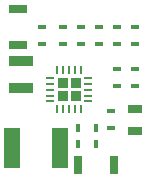
<source format=gtp>
%TF.FileFunction,Paste,Top*%
%FSLAX46Y46*%
G04 Gerber Fmt 4.6, Leading zero omitted, Abs format (unit mm)*
G04 Created by KiCad (PCBNEW (2014-12-19 BZR 5328)-product) date 23/12/2014 01:10:06*
%MOMM*%
G01*
G04 APERTURE LIST*
%ADD10C,0.127000*%
%ADD11R,0.750000X1.550000*%
%ADD12R,0.450000X0.650000*%
%ADD13R,1.150000X0.750000*%
%ADD14R,0.650000X0.450000*%
%ADD15R,1.550000X0.750000*%
%ADD16R,0.820000X0.820000*%
%ADD17O,0.200000X0.720000*%
%ADD18O,0.720000X0.200000*%
%ADD19R,1.400000X3.500000*%
%ADD20R,2.000000X0.850000*%
G04 APERTURE END LIST*
D10*
D11*
X130301000Y-95250000D03*
X133351000Y-95250000D03*
D12*
X130339000Y-93472000D03*
X131789000Y-93472000D03*
X130337498Y-92126811D03*
X131787498Y-92126811D03*
D13*
X135128000Y-90515000D03*
X135128000Y-92365000D03*
D14*
X133096000Y-90715000D03*
X133096000Y-92165000D03*
X127254000Y-85053000D03*
X127254000Y-83603000D03*
D15*
X125222000Y-85091000D03*
X125222000Y-82041000D03*
D16*
X128990000Y-88350000D03*
X130090000Y-88350000D03*
X130090000Y-89450000D03*
X128990000Y-89450000D03*
D17*
X128540000Y-90550000D03*
X129040000Y-90550000D03*
X129540000Y-90550000D03*
X130040000Y-90550000D03*
X130540000Y-90550000D03*
X130540000Y-87250000D03*
X130040000Y-87250000D03*
X129540000Y-87250000D03*
X129040000Y-87250000D03*
X128540000Y-87250000D03*
D18*
X131190000Y-89900000D03*
X131190000Y-89400000D03*
X131190000Y-88900000D03*
X131190000Y-88400000D03*
X131190000Y-87900000D03*
X127890000Y-87900000D03*
X127890000Y-88400000D03*
X127890000Y-88900000D03*
X127890000Y-89400000D03*
X127890000Y-89900000D03*
D19*
X128740520Y-93817440D03*
X124690520Y-93817440D03*
D20*
X125476000Y-88755000D03*
X125476000Y-86505000D03*
D14*
X130556000Y-85053000D03*
X130556000Y-83603000D03*
X129032000Y-83603000D03*
X129032000Y-85053000D03*
X132080000Y-85053000D03*
X132080000Y-83603000D03*
X133604000Y-85053000D03*
X133604000Y-83603000D03*
X135128000Y-85053000D03*
X135128000Y-83603000D03*
X135128000Y-88609000D03*
X135128000Y-87159000D03*
X133604000Y-87159000D03*
X133604000Y-88609000D03*
M02*

</source>
